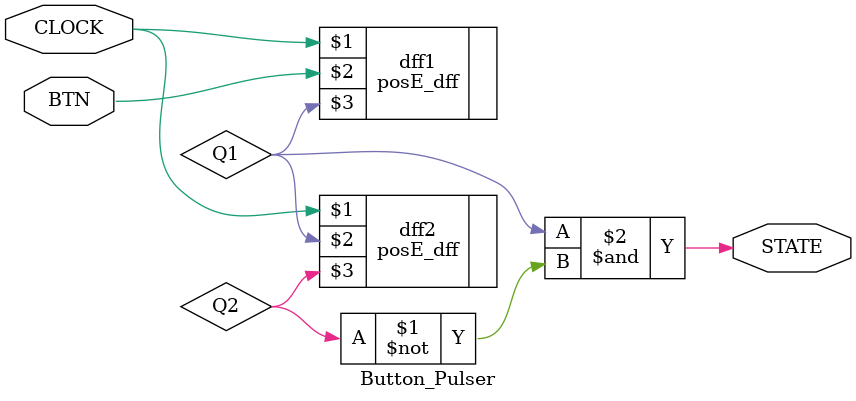
<source format=v>
`timescale 1ns / 1ps


module Button_Pulser(input CLOCK, BTN, output STATE);
    wire Q1;
    wire Q2;
    wire pushButton;
    wire Q;
    
    posE_dff dff1(CLOCK, BTN, Q1);
    posE_dff dff2(CLOCK, Q1, Q2);
    
    assign STATE = Q1 & ~Q2; //set

endmodule
</source>
